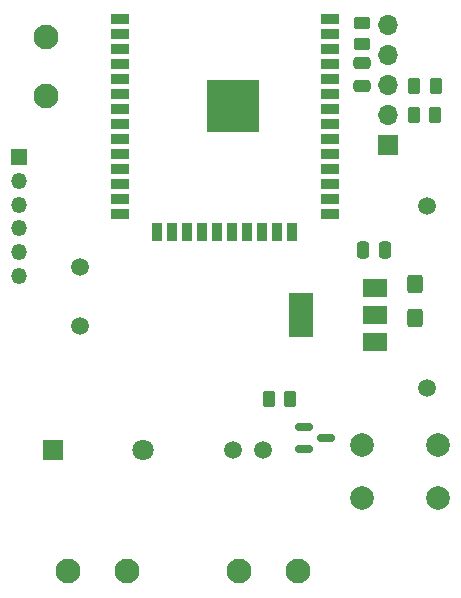
<source format=gbr>
%TF.GenerationSoftware,KiCad,Pcbnew,7.0.2*%
%TF.CreationDate,2023-04-22T16:52:06-03:00*%
%TF.ProjectId,PowerAndCommModule,506f7765-7241-46e6-9443-6f6d6d4d6f64,rev?*%
%TF.SameCoordinates,Original*%
%TF.FileFunction,Soldermask,Bot*%
%TF.FilePolarity,Negative*%
%FSLAX46Y46*%
G04 Gerber Fmt 4.6, Leading zero omitted, Abs format (unit mm)*
G04 Created by KiCad (PCBNEW 7.0.2) date 2023-04-22 16:52:06*
%MOMM*%
%LPD*%
G01*
G04 APERTURE LIST*
G04 Aperture macros list*
%AMRoundRect*
0 Rectangle with rounded corners*
0 $1 Rounding radius*
0 $2 $3 $4 $5 $6 $7 $8 $9 X,Y pos of 4 corners*
0 Add a 4 corners polygon primitive as box body*
4,1,4,$2,$3,$4,$5,$6,$7,$8,$9,$2,$3,0*
0 Add four circle primitives for the rounded corners*
1,1,$1+$1,$2,$3*
1,1,$1+$1,$4,$5*
1,1,$1+$1,$6,$7*
1,1,$1+$1,$8,$9*
0 Add four rect primitives between the rounded corners*
20,1,$1+$1,$2,$3,$4,$5,0*
20,1,$1+$1,$4,$5,$6,$7,0*
20,1,$1+$1,$6,$7,$8,$9,0*
20,1,$1+$1,$8,$9,$2,$3,0*%
G04 Aperture macros list end*
%ADD10C,2.100000*%
%ADD11R,1.700000X1.700000*%
%ADD12O,1.700000X1.700000*%
%ADD13C,1.500000*%
%ADD14R,1.800000X1.800000*%
%ADD15C,1.800000*%
%ADD16C,2.000000*%
%ADD17R,1.350000X1.350000*%
%ADD18O,1.350000X1.350000*%
%ADD19RoundRect,0.150000X-0.587500X-0.150000X0.587500X-0.150000X0.587500X0.150000X-0.587500X0.150000X0*%
%ADD20RoundRect,0.250000X-0.262500X-0.450000X0.262500X-0.450000X0.262500X0.450000X-0.262500X0.450000X0*%
%ADD21R,2.000000X1.500000*%
%ADD22R,2.000000X3.800000*%
%ADD23RoundRect,0.250000X-0.475000X0.250000X-0.475000X-0.250000X0.475000X-0.250000X0.475000X0.250000X0*%
%ADD24RoundRect,0.250000X-0.450000X0.262500X-0.450000X-0.262500X0.450000X-0.262500X0.450000X0.262500X0*%
%ADD25RoundRect,0.250000X-0.250000X-0.475000X0.250000X-0.475000X0.250000X0.475000X-0.250000X0.475000X0*%
%ADD26RoundRect,0.250000X0.425000X-0.537500X0.425000X0.537500X-0.425000X0.537500X-0.425000X-0.537500X0*%
%ADD27R,1.500000X0.900000*%
%ADD28R,0.900000X1.500000*%
%ADD29R,4.500000X4.500000*%
G04 APERTURE END LIST*
D10*
%TO.C,J5*%
X46540000Y-76520000D03*
X51540000Y-76520000D03*
%TD*%
D11*
%TO.C,J4*%
X59120000Y-40450000D03*
D12*
X59120000Y-37910000D03*
X59120000Y-35370000D03*
X59120000Y-32830000D03*
X59120000Y-30290000D03*
%TD*%
D13*
%TO.C,PS1*%
X33020000Y-50780000D03*
X33020000Y-55780000D03*
X62420000Y-45580000D03*
X62420000Y-60980000D03*
%TD*%
D14*
%TO.C,K1*%
X30740000Y-66260000D03*
D15*
X38360000Y-66260000D03*
D13*
X45980000Y-66260000D03*
X48520000Y-66260000D03*
%TD*%
D16*
%TO.C,SW1*%
X56890000Y-65790000D03*
X63390000Y-65790000D03*
X56890000Y-70290000D03*
X63390000Y-70290000D03*
%TD*%
D10*
%TO.C,J1*%
X32010000Y-76460000D03*
X37010000Y-76460000D03*
%TD*%
D17*
%TO.C,J2*%
X27880000Y-41480000D03*
D18*
X27880000Y-43480000D03*
X27880000Y-45480000D03*
X27880000Y-47480000D03*
X27880000Y-49480000D03*
X27880000Y-51480000D03*
%TD*%
D10*
%TO.C,J3*%
X30160000Y-31280000D03*
X30160000Y-36280000D03*
%TD*%
D19*
%TO.C,Q1*%
X52015000Y-66200000D03*
X52015000Y-64300000D03*
X53890000Y-65250000D03*
%TD*%
D20*
%TO.C,R2*%
X49017500Y-61970000D03*
X50842500Y-61970000D03*
%TD*%
%TO.C,R3*%
X61297500Y-37880000D03*
X63122500Y-37880000D03*
%TD*%
D21*
%TO.C,U1*%
X58020000Y-52500000D03*
X58020000Y-54800000D03*
D22*
X51720000Y-54800000D03*
D21*
X58020000Y-57100000D03*
%TD*%
D23*
%TO.C,C3*%
X56950000Y-33500000D03*
X56950000Y-35400000D03*
%TD*%
D24*
%TO.C,R1*%
X56960000Y-30077500D03*
X56960000Y-31902500D03*
%TD*%
D25*
%TO.C,C2*%
X56980000Y-49290000D03*
X58880000Y-49290000D03*
%TD*%
D26*
%TO.C,C1*%
X61410000Y-55087500D03*
X61410000Y-52212500D03*
%TD*%
D20*
%TO.C,R4*%
X61347500Y-35390000D03*
X63172500Y-35390000D03*
%TD*%
D27*
%TO.C,U2*%
X54220000Y-29790000D03*
X54220000Y-31060000D03*
X54220000Y-32330000D03*
X54220000Y-33600000D03*
X54220000Y-34870000D03*
X54220000Y-36140000D03*
X54220000Y-37410000D03*
X54220000Y-38680000D03*
X54220000Y-39950000D03*
X54220000Y-41220000D03*
X54220000Y-42490000D03*
X54220000Y-43760000D03*
X54220000Y-45030000D03*
X54220000Y-46300000D03*
D28*
X51030000Y-47800000D03*
X49760000Y-47800000D03*
X48490000Y-47800000D03*
X47220000Y-47800000D03*
X45950000Y-47800000D03*
X44680000Y-47800000D03*
X43410000Y-47800000D03*
X42140000Y-47800000D03*
X40870000Y-47800000D03*
X39600000Y-47800000D03*
D27*
X36420000Y-46300000D03*
X36420000Y-45030000D03*
X36420000Y-43760000D03*
X36420000Y-42490000D03*
X36420000Y-41220000D03*
X36420000Y-39950000D03*
X36420000Y-38680000D03*
X36420000Y-37410000D03*
X36420000Y-36140000D03*
X36420000Y-34870000D03*
X36420000Y-33600000D03*
X36420000Y-32330000D03*
X36420000Y-31060000D03*
X36420000Y-29790000D03*
D29*
X46000000Y-37130000D03*
%TD*%
M02*

</source>
